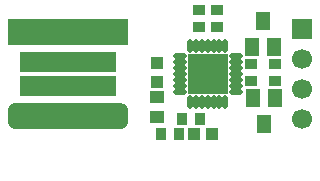
<source format=gts>
G04*
G04 #@! TF.GenerationSoftware,Altium Limited,Altium Designer,21.6.1 (37)*
G04*
G04 Layer_Color=8388736*
%FSLAX44Y44*%
%MOMM*%
G71*
G04*
G04 #@! TF.SameCoordinates,433EC3A0-72F9-41F9-BABD-52A87CDF1033*
G04*
G04*
G04 #@! TF.FilePolarity,Negative*
G04*
G01*
G75*
%ADD26R,1.1000X0.9000*%
%ADD27R,1.0000X1.0000*%
%ADD28R,0.9000X1.1000*%
G04:AMPARAMS|DCode=29|XSize=2.2mm|YSize=10.2mm|CornerRadius=0.6mm|HoleSize=0mm|Usage=FLASHONLY|Rotation=90.000|XOffset=0mm|YOffset=0mm|HoleType=Round|Shape=RoundedRectangle|*
%AMROUNDEDRECTD29*
21,1,2.2000,9.0000,0,0,90.0*
21,1,1.0000,10.2000,0,0,90.0*
1,1,1.2000,4.5000,0.5000*
1,1,1.2000,4.5000,-0.5000*
1,1,1.2000,-4.5000,-0.5000*
1,1,1.2000,-4.5000,0.5000*
%
%ADD29ROUNDEDRECTD29*%
%ADD30R,8.2000X1.7000*%
%ADD31R,10.2000X2.2000*%
%ADD32R,3.4500X3.4500*%
G04:AMPARAMS|DCode=33|XSize=1.21mm|YSize=0.47mm|CornerRadius=0.1675mm|HoleSize=0mm|Usage=FLASHONLY|Rotation=270.000|XOffset=0mm|YOffset=0mm|HoleType=Round|Shape=RoundedRectangle|*
%AMROUNDEDRECTD33*
21,1,1.2100,0.1350,0,0,270.0*
21,1,0.8750,0.4700,0,0,270.0*
1,1,0.3350,-0.0675,-0.4375*
1,1,0.3350,-0.0675,0.4375*
1,1,0.3350,0.0675,0.4375*
1,1,0.3350,0.0675,-0.4375*
%
%ADD33ROUNDEDRECTD33*%
G04:AMPARAMS|DCode=34|XSize=1.21mm|YSize=0.47mm|CornerRadius=0.1675mm|HoleSize=0mm|Usage=FLASHONLY|Rotation=180.000|XOffset=0mm|YOffset=0mm|HoleType=Round|Shape=RoundedRectangle|*
%AMROUNDEDRECTD34*
21,1,1.2100,0.1350,0,0,180.0*
21,1,0.8750,0.4700,0,0,180.0*
1,1,0.3350,-0.4375,0.0675*
1,1,0.3350,0.4375,0.0675*
1,1,0.3350,0.4375,-0.0675*
1,1,0.3350,-0.4375,-0.0675*
%
%ADD34ROUNDEDRECTD34*%
%ADD35R,1.2000X1.6000*%
%ADD36R,1.2000X1.0000*%
%ADD37R,1.1300X1.0900*%
%ADD38C,1.7000*%
%ADD39R,1.7000X1.7000*%
D26*
X909320Y426840D02*
D03*
Y441840D02*
D03*
X889000Y441840D02*
D03*
Y426840D02*
D03*
X844550Y487560D02*
D03*
Y472560D02*
D03*
X859790Y487560D02*
D03*
Y472560D02*
D03*
D27*
X855860Y382270D02*
D03*
X840860D02*
D03*
D28*
X830700Y394970D02*
D03*
X845700D02*
D03*
X812920Y382270D02*
D03*
X827920D02*
D03*
D29*
X734076Y397430D02*
D03*
D30*
X734060Y422830D02*
D03*
Y443230D02*
D03*
D31*
X734076Y468630D02*
D03*
D32*
X852170Y433070D02*
D03*
D33*
X837170Y456670D02*
D03*
X842170D02*
D03*
X847170D02*
D03*
X852170D02*
D03*
X857170D02*
D03*
X862170D02*
D03*
X867170D02*
D03*
Y409470D02*
D03*
X862170D02*
D03*
X857170D02*
D03*
X852170D02*
D03*
X847170D02*
D03*
X842170D02*
D03*
X837170D02*
D03*
D34*
X875770Y448070D02*
D03*
Y443070D02*
D03*
Y438070D02*
D03*
Y433070D02*
D03*
Y428070D02*
D03*
Y423070D02*
D03*
Y418070D02*
D03*
X828570D02*
D03*
Y423070D02*
D03*
Y428070D02*
D03*
Y433070D02*
D03*
Y438070D02*
D03*
Y443070D02*
D03*
Y448070D02*
D03*
D35*
X899160Y478360D02*
D03*
X908660Y456360D02*
D03*
X889660D02*
D03*
X899770Y390750D02*
D03*
X890270Y412750D02*
D03*
X909270D02*
D03*
D36*
X808990Y396630D02*
D03*
Y413630D02*
D03*
D37*
Y442040D02*
D03*
Y426640D02*
D03*
D38*
X932180Y394970D02*
D03*
Y420370D02*
D03*
Y445770D02*
D03*
D39*
Y471170D02*
D03*
M02*

</source>
